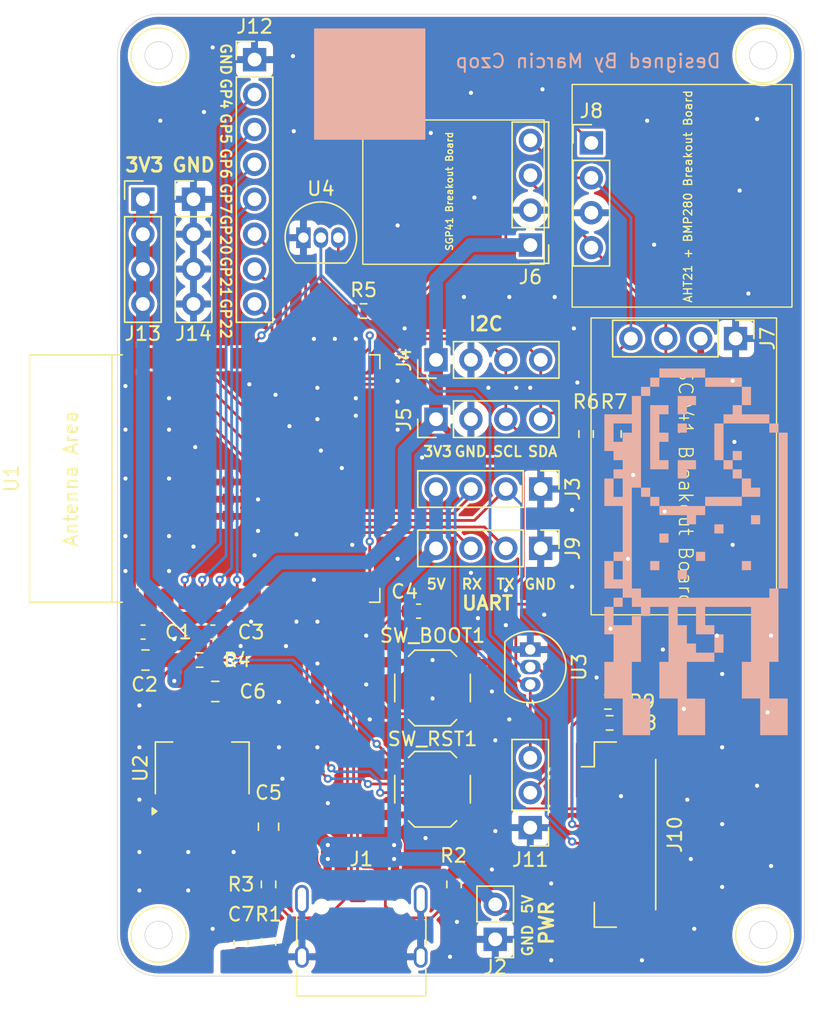
<source format=kicad_pcb>
(kicad_pcb (version 20241229) (generator "pcbnew") (generator_version "9.0")
  (layers (0 "F.Cu" signal) (2 "B.Cu" signal) (13 "F.Paste" user) (15 "B.Paste" user) (5 "F.SilkS" user "F.Silkscreen") (7 "B.SilkS" user "B.Silkscreen") (1 "F.Mask" user) (3 "B.Mask" user) (25 "Edge.Cuts" user))
  (net 0 "")
  (net 1 "+3V3")
  (net 2 "GND")
  (net 3 "Net-(J1-SHIELD)")
  (net 4 "Net-(J1-CC2)")
  (net 5 "USB_DP")
  (net 6 "+5V")
  (net 8 "Net-(J1-CC1)")
  (net 10 "GPIO21")
  (net 11 "GPIO22")
  (net 12 "SDA")
  (net 13 "GPIO5")
  (net 14 "GPIO20")
  (net 15 "GPIO7")
  (net 16 "SCL")
  (net 18 "GPIO4")
  (net 21 "GPIO6")
  (net 23 "EN")
  (net 24 "BOOT")
  (net 25 "RXD_1")
  (net 26 "TXD_1")
  (net 27 "TXD_0")
  (net 28 "RXD_0")
  (net 29 "DQ")
  (net 30 "USB_DN")
  (net 31 "RST")
  (net 32 "SET")
  (footprint "Capacitor_SMD:C_0603_1608Metric" (layer "F.Cu") (at 106.947 124.968 180)
    (property "Reference" "C3")
    (property "Value" "100n")
  )
  (footprint "PCM_Espressif:ESP32-C6-WROOM-1" (layer "F.Cu") (at 109.352 113.792 90)
    (property "Reference" "U1")
    (property "Value" "ESP32-C6-WROOM-1")
  )
  (footprint "Capacitor_SMD:C_0603_1608Metric" (layer "F.Cu") (at 101.867 124.968)
    (property "Reference" "C1")
    (property "Value" "1u")
  )
  (footprint "Connector_PinHeader_2.54mm:PinHeader_1x02_P2.54mm_Vertical" (layer "F.Cu") (at 127.5 147.32 180)
    (property "Reference" "J2")
    (property "Value" "Power-Header")
  )
  (footprint "Package_TO_SOT_THT:TO-92_Inline" (layer "F.Cu") (at 113.538 96.266)
    (property "Reference" "U4")
    (property "Value" "DS18B20")
  )
  (footprint "Resistor_SMD:R_0603_1608Metric" (layer "F.Cu") (at 117.919 101.6 180)
    (property "Reference" "R5")
    (property "Value" "4.7k")
  )
  (footprint "Connector_PinHeader_2.54mm:PinHeader_1x04_P2.54mm_Vertical" (layer "F.Cu") (at 134.496 89.374)
    (property "Reference" "J8")
    (property "Value" "AHT20+BMP280BB")
  )
  (footprint "Button_Switch_SMD:SW_Push_1P1T_XKB_TS-1187A" (layer "F.Cu") (at 122.936 136.398 180)
    (property "Reference" "SW_RST1")
    (property "Value" "TS-1187A-B-A-B")
  )
  (footprint "Resistor_SMD:R_0603_1608Metric" (layer "F.Cu") (at 111 143.325 90)
    (property "Reference" "R3")
    (property "Value" "5.1k")
  )
  (footprint "Package_TO_SOT_THT:TO-92_Inline" (layer "F.Cu") (at 130.048 126.238 -90)
    (property "Reference" "U3")
    (property "Value" "DS18B20")
  )
  (footprint "Capacitor_SMD:C_0603_1608Metric" (layer "F.Cu") (at 121.92 123.444)
    (property "Reference" "C4")
    (property "Value" "100n")
  )
  (footprint "Package_TO_SOT_SMD:SOT-223-3_TabPin2" (layer "F.Cu") (at 106.172 134.874 90)
    (property "Reference" "U2")
    (property "Value" "AMS1117-3.3")
  )
  (footprint "Connector_PinHeader_2.54mm:PinHeader_1x08_P2.54mm_Vertical" (layer "F.Cu") (at 109.982 83.312)
    (property "Reference" "J12")
    (property "Value" "GPIO")
  )
  (footprint "Connector_JST:JST_GH_BM08B-GHS-TBT_1x08-1MP_P1.25mm_Vertical" (layer "F.Cu") (at 136.57 139.7 -90)
    (property "Reference" "J10")
    (property "Value" "PMSBB")
  )
  (footprint "Connector_PinHeader_2.54mm:PinHeader_1x03_P2.54mm_Vertical" (layer "F.Cu") (at 130.048 139.192 180)
    (property "Reference" "J11")
    (property "Value" "DS18B20")
  )
  (footprint "Connector_PinHeader_2.54mm:PinHeader_1x04_P2.54mm_Vertical" (layer "F.Cu") (at 123.19 109.474 90)
    (property "Reference" "J5")
    (property "Value" "I2C")
  )
  (footprint "Connector_PinHeader_2.54mm:PinHeader_1x04_P2.54mm_Vertical" (layer "F.Cu") (at 101.854 93.472)
    (property "Reference" "J13")
    (property "Value" "3V3 rail")
  )
  (footprint "Connector_PinHeader_2.54mm:PinHeader_1x04_P2.54mm_Vertical" (layer "F.Cu") (at 123.19 105.156 90)
    (property "Reference" "J4")
    (property "Value" "I2C")
  )
  (footprint "Resistor_SMD:R_0603_1608Metric" (layer "F.Cu") (at 135.827 131.572 180)
    (property "Reference" "R8")
    (property "Value" "10k")
  )
  (footprint "Connector_PinHeader_2.54mm:PinHeader_1x04_P2.54mm_Vertical" (layer "F.Cu") (at 130.81 114.554 -90)
    (property "Reference" "J3")
    (property "Value" "UART0")
  )
  (footprint "Button_Switch_SMD:SW_Push_1P1T_XKB_TS-1187A" (layer "F.Cu") (at 122.936 129.032 180)
    (property "Reference" "SW_BOOT1")
    (property "Value" "TS-1187A-B-A-B")
  )
  (footprint "Capacitor_SMD:C_0805_2012Metric" (layer "F.Cu") (at 110.998 139.126 -90)
    (property "Reference" "C5")
    (property "Value" "47u")
  )
  (footprint "Resistor_SMD:R_0603_1608Metric" (layer "F.Cu") (at 110.998 147.511 -90)
    (property "Reference" "R1")
    (property "Value" "1M")
  )
  (footprint "Resistor_SMD:R_0603_1608Metric" (layer "F.Cu") (at 134.112 110.553 -90)
    (property "Reference" "R6")
    (property "Value" "4.7k")
  )
  (footprint "Resistor_SMD:R_0603_1608Metric" (layer "F.Cu") (at 124.5 143.325 90)
    (property "Reference" "R2")
    (property "Value" "5.1k")
  )
  (footprint "Capacitor_SMD:C_0603_1608Metric" (layer "F.Cu") (at 109 147.561 90)
    (property "Reference" "C7")
    (property "Value" "4.7n")
  )
  (footprint "Connector_PinHeader_2.54mm:PinHeader_1x04_P2.54mm_Vertical" (layer "F.Cu") (at 105.537 93.472)
    (property "Reference" "J14")
    (property "Value" "GND rail")
  )
  (footprint "Resistor_SMD:R_0603_1608Metric" (layer "F.Cu") (at 135.699 130.048)
    (property "Reference" "R9")
    (property "Value" "10k")
  )
  (footprint "Capacitor_SMD:C_0805_2012Metric" (layer "F.Cu") (at 102.042 127)
    (property "Reference" "C2")
    (property "Value" "47u")
  )
  (footprint "Connector_USB:USB_C_Receptacle_HRO_TYPE-C-31-M-12" (layer "F.Cu") (at 117.75 147.54)
    (property "Reference" "J1")
    (property "Value" "TYPE-C-31-M-04")
  )
  (footprint "Connector_PinHeader_2.54mm:PinHeader_1x04_P2.54mm_Vertical" (layer "F.Cu") (at 130.81 118.872 -90)
    (property "Reference" "J9")
    (property "Value" "UART1")
  )
  (footprint "Connector_PinHeader_2.54mm:PinHeader_1x04_P2.54mm_Vertical" (layer "F.Cu") (at 130.06 96.802 180)
    (property "Reference" "J6")
    (property "Value" "SGP41BB")
  )
  (footprint "Connector_PinHeader_2.54mm:PinHeader_1x04_P2.54mm_Vertical" (layer "F.Cu") (at 144.994 103.608 -90)
    (property "Reference" "J7")
    (property "Value" "SCD41BB")
  )
  (footprint "Capacitor_SMD:C_0805_2012Metric" (layer "F.Cu") (at 107.122 129.286)
    (property "Reference" "C6")
    (property "Value" "47u")
  )
  (footprint "Resistor_SMD:R_0603_1608Metric" (layer "F.Cu") (at 136.144 110.553 -90)
    (property "Reference" "R7")
    (property "Value" "4.7k")
  )
  (footprint "Resistor_SMD:R_0603_1608Metric" (layer "F.Cu") (at 105.981 127 180)
    (property "Reference" "R4")
    (property "Value" "10k")
  )
  (footprint "LOGO" (layer "B.Cu") (at 142.446552 119.459552 90)
    (property "Reference" "G***" (hide yes))
    (property "Value" "LOGO" (hide yes))
  )
  (gr_circle (center 103 147) (end 103 149) (stroke (width 0.1)) (fill no) (layer "F.SilkS"))
  (gr_rect (start 134.474 102.108) (end 147.974 123.708) (stroke (width 0.1)) (fill no) (layer "F.SilkS"))
  (gr_circle (center 147 83) (end 147 85) (stroke (width 0.1)) (fill no) (layer "F.SilkS"))
  (gr_circle (center 147 147) (end 147 149) (stroke (width 0.1)) (fill no) (layer "F.SilkS"))
  (gr_rect (start 131.06 98.202) (end 117.86 87.702) (stroke (width 0.1)) (fill no) (layer "F.SilkS"))
  (gr_circle (center 103 83) (end 103 85) (stroke (width 0.1)) (fill no) (layer "F.SilkS"))
  (gr_rect (start 133.096 85.118) (end 149.096 101.318) (stroke (width 0.1)) (fill no) (layer "F.SilkS"))
  (gr_rect (start 114.364 81.09) (end 122.364 89.09) (stroke (width 0.1)) (fill yes) (layer "B.SilkS"))
  (gr_circle (center 147 83) (end 147 84) (stroke (width 0.05)) (fill no) (layer "Edge.Cuts"))
  (gr_line (start 150 147) (end 150 83) (stroke (width 0.05)) (layer "Edge.Cuts"))
  (gr_arc (start 103 150) (mid 100.87868 149.12132) (end 100 147) (stroke (width 0.05)) (layer "Edge.Cuts"))
  (gr_line (start 103 150) (end 147 150) (stroke (width 0.05)) (layer "Edge.Cuts"))
  (gr_line (start 103 80) (end 147 80) (stroke (width 0.05)) (layer "Edge.Cuts"))
  (gr_arc (start 150 147) (mid 149.12132 149.12132) (end 147 150) (stroke (width 0.05)) (layer "Edge.Cuts"))
  (gr_arc (start 100 83) (mid 100.87868 80.87868) (end 103 80) (stroke (width 0.05)) (layer "Edge.Cuts"))
  (gr_circle (center 147 147) (end 147 148) (stroke (width 0.05)) (fill no) (layer "Edge.Cuts"))
  (gr_circle (center 103 83) (end 103 84) (stroke (width 0.05)) (fill no) (layer "Edge.Cuts"))
  (gr_line (start 100 147) (end 100 83) (stroke (width 0.05)) (layer "Edge.Cuts"))
  (gr_circle (center 103 147) (end 103 148) (stroke (width 0.05)) (fill no) (layer "Edge.Cuts"))
  (gr_arc (start 147 80) (mid 149.12132 80.87868) (end 150 83) (stroke (width 0.05)) (layer "Edge.Cuts"))
  (gr_text "GND" (at 107.442 82.042 270) (layer "F.SilkS") (effects (font (size 0.75 0.75)) (justify left bottom)))
  (gr_text "I2C\n" (at 125.476 103.124 0) (layer "F.SilkS") (effects (font (size 1 1) (thickness 0.2) (bold yes)) (justify left bottom)))
  (gr_text "PWR" (at 131.818 147.828 90) (layer "F.SilkS") (effects (font (size 1 1) (thickness 0.2)) (justify left bottom)))
  (gr_text "AHT21 + BMP280 Breakout Board" (at 141.876 101.058 90) (layer "F.SilkS") (effects (font (size 0.6 0.6) (thickness 0.1) (bold yes)) (justify left bottom)))
  (gr_text "3V3" (at 100.457 91.567 0) (layer "F.SilkS") (effects (font (size 1 1) (thickness 0.2)) (justify left bottom)))
  (gr_text "SDA" (at 129.794 112.268 0) (layer "F.SilkS") (effects (font (size 0.75 0.75)) (justify left bottom)))
  (gr_text "GP6\n" (at 107.442 89.662 270) (layer "F.SilkS") (effects (font (size 0.75 0.75)) (justify left bottom)))
  (gr_text "GP4\n" (at 107.442 84.582 270) (layer "F.SilkS") (effects (font (size 0.75 0.75)) (justify left bottom)))
  (gr_text "GP7" (at 107.442 92.202 270) (layer "F.SilkS") (effects (font (size 0.75 0.75)) (justify left bottom)))
  (gr_text "GP20" (at 107.442 94.488 270) (layer "F.SilkS") (effects (font (size 0.75 0.75)) (justify left bottom)))
  (gr_text "GP21" (at 107.442 97.536 270) (layer "F.SilkS") (effects (font (size 0.75 0.75)) (justify left bottom)))
  (gr_text "GP5" (at 107.442 87.122 270) (layer "F.SilkS") (effects (font (size 0.75 0.75)) (justify left bottom)))
  (gr_text "5V\n" (at 122.428 121.92 0) (layer "F.SilkS") (effects (font (size 0.75 0.75)) (justify left bottom)))
  (gr_text "GND" (at 130.294 148.65 90) (layer "F.SilkS") (effects (font (size 0.75 0.75)) (justify left bottom)))
  (gr_text "UART\n" (at 124.968 123.444 0) (layer "F.SilkS") (effects (font (size 1 1) (thickness 0.2)) (justify left bottom)))
  (gr_text "GND" (at 129.54 121.92 0) (layer "F.SilkS") (effects (font (size 0.75 0.75)) (justify left bottom)))
  (gr_text "SGP41 Breakout Board" (at 124.46 97.282 90) (layer "F.SilkS") (effects (font (size 0.5 0.5) (thickness 0.1)) (justify left bottom)))
  (gr_text "3V3\n" (at 122.174 112.268 0) (layer "F.SilkS") (effects (font (size 0.75 0.75)) (justify left bottom)))
  (gr_text "RX\n" (at 124.968 121.92 0) (layer "F.SilkS") (effects (font (size 0.75 0.75)) (justify left bottom)))
  (gr_text "GND" (at 124.46 112.268 0) (layer "F.SilkS") (effects (font (size 0.75 0.75)) (justify left bottom)))
  (gr_text "SCD41 Breakout Board" (at 140.774 105.708 270) (layer "F.SilkS") (effects (font (size 1 1) (thickness 0.1)) (justify left bottom)))
  (gr_text "SCL\n" (at 127.254 112.268 0) (layer "F.SilkS") (effects (font (size 0.75 0.75)) (justify left bottom)))
  (gr_text "GND\n" (at 103.886 91.567 0) (layer "F.SilkS") (effects (font (size 1 1) (thickness 0.2)) (justify left bottom)))
  (gr_text "GP22" (at 107.442 100.584 270) (layer "F.SilkS") (effects (font (size 0.75 0.75)) (justify left bottom)))
  (gr_text "5V\n" (at 130.294 145.542 90) (layer "F.SilkS") (effects (font (size 0.75 0.75)) (justify left bottom)))
  (gr_text "TX" (at 127.508 121.92 0) (layer "F.SilkS") (effects (font (size 0.75 0.75)) (justify left bottom)))
  (gr_text "Designed By Marcin Czop" (at 144 84 -0) (layer "B.SilkS") (effects (font (size 1 1)) (justify left bottom mirror)))
  (segment (start 112.522 123.531943) (end 108.053943 128) (width 0.2) (layer "F.Cu") (net 1))
  (segment (start 104.902 128.524) (end 105.156 128.27) (width 1) (layer "F.Cu") (net 1))
  (segment (start 128.997 122.936) (end 128.997 121.447) (width 0.2) (layer "F.Cu") (net 1))
  (segment (start 102.992 127) (end 102.992 125.318) (width 1) (layer "F.Cu") (net 1))
  (segment (start 106.05 131.602) (end 106.172 131.724) (width 0.2) (layer "F.Cu") (net 1))
  (segment (start 108.053943 128) (end 107.458 128) (width 0.2) (layer "F.Cu") (net 1))
  (segment (start 106.172 138.024) (end 106.172 131.724) (width 1.5) (layer "F.Cu") (net 1))
  (segment (start 116.078 96.266) (end 116.078 98.934) (width 0.2) (layer "F.Cu") (net 1))
  (segment (start 142.454 105.45) (end 142.454 103.608) (width 0.5) (layer "F.Cu") (net 1))
  (segment (start 134.112 111.378) (end 134.112 112.018) (width 0.5) (layer "F.Cu") (net 1))
  (segment (start 128.997 128.227) (end 128.997 122.936) (width 0.2) (layer "F.Cu") (net 1))
  (segment (start 130.048 128.778) (end 129.548 128.778) (width 0.2) (layer "F.Cu") (net 1))
  (segment (start 129.286 112.526) (end 126.242 112.526) (width 0.5) (layer "F.Cu") (net 1))
  (segment (start 129.54 112.78) (end 129.286 112.526) (width 0.2) (layer "F.Cu") (net 1))
  (segment (start 106.05 129.286) (end 106.31 129.286) (width 0.2) (layer "F.Cu") (net 1))
  (segment (start 136.78 131.572) (end 136.78 130.048) (width 0.2) (layer "F.Cu") (net 1))
  (segment (start 118.744 101.6) (end 120.904 101.6) (width 0.2) (layer "F.Cu") (net 1))
  (segment (start 112.522 122.542) (end 112.522 123.531943) (width 0.2) (layer "F.Cu") (net 1))
  (segment (start 136.144 111.378) (end 136.144 111.76) (width 0.5) (layer "F.Cu") (net 1))
  (segment (start 106.172 131.724) (end 106.172 129.286) (width 1) (layer "F.Cu") (net 1))
  (segment (start 136.144 111.76) (end 135.382 112.522) (width 0.5) (layer "F.Cu") (net 1))
  (segment (start 102.642 124.968) (end 102.362 124.688) (width 1) (layer "F.Cu") (net 1))
  (segment (start 129.54 120.904) (end 129.54 112.78) (width 0.2) (layer "F.Cu") (net 1))
  (segment (start 102.992 125.318) (end 102.642 124.968) (width 1) (layer "F.Cu") (net 1))
  (segment (start 105.918 129.154) (end 106.05 129.286) (width 0.2) (layer "F.Cu") (net 1))
  (segment (start 136.78 130.048) (end 136.78 128.144) (width 0.2) (layer "F.Cu") (net 1))
  (segment (start 136.144 111.378) (end 136.526 111.378) (width 0.5) (layer "F.Cu") (net 1))
  (segment (start 116.078 98.934) (end 118.744 101.6) (width 0.2) (layer "F.Cu") (net 1))
  (segment (start 136.78 128.144) (end 131.572 122.936) (width 0.2) (layer "F.Cu") (net 1))
  (segment (start 102.362 124.688) (end 102.362 122.542) (width 1) (layer "F.Cu") (net 1))
  (segment (start 102.992 127.122) (end 102.992 127) (width 0.2) (layer "F.Cu") (net 1))
  (segment (start 133.604 112.526) (end 129.286 112.526) (width 0.5) (layer "F.Cu") (net 1))
  (segment (start 134.112 112.018) (end 133.604 112.526) (width 0.5) (layer "F.Cu") (net 1))
  (segment (start 135.382 112.522) (end 133.608 112.522) (width 0.5) (layer "F.Cu") (net 1))
  (segment (start 133.153 88.031) (end 128.377 88.031) (width 0.2) (layer "F.Cu") (net 1))
  (segment (start 128.27 96.802) (end 130.06 96.802) (width 0.2) (layer "F.Cu") (net 1))
  (segment (start 105.156 127) (end 102.992 127) (width 1) (layer "F.Cu") (net 1))
  (segment (start 128.27 88.138) (end 128.27 96.802) (width 0.2) (layer "F.Cu") (net 1))
  (segment (start 106.172 129.286) (end 105.156 128.27) (width 1) (layer "F.Cu") (net 1))
  (segment (start 126.242 112.526) (end 123.19 109.474) (width 0.5) (layer "F.Cu") (net 1))
  (segment (start 130.048 134.112) (end 130.048 128.778) (width 0.2) (layer "F.Cu") (net 1))
  (segment (start 128.377 88.031) (end 128.27 88.138) (width 0.2) (layer "F.Cu") (net 1))
  (segment (start 133.608 112.522) (end 133.604 112.526) (width 0.2) (layer "F.Cu") (net 1))
  (segment (start 128.997 121.447) (end 129.54 120.904) (width 0.2) (layer "F.Cu") (net 1))
  (segment (start 125.702 96.802) (end 128.27 96.802) (width 0.2) (layer "F.Cu") (net 1))
  (segment (start 104.14 128.524) (end 104.902 128.524) (width 1) (layer "F.Cu") (net 1))
  (segment (start 131.572 122.936) (end 128.997 122.936) (width 0.2) (layer "F.Cu") (net 1))
  (segment (start 134.496 89.374) (end 133.153 88.031) (width 0.2) (layer "F.Cu") (net 1))
  (segment (start 123.19 109.474) (end 123.19 105.156) (width 1) (layer "F.Cu") (net 1))
  (segment (start 129.548 128.778) (end 128.997 128.227) (width 0.2) (layer "F.Cu") (net 1))
  (segment (start 107.458 128) (end 106.172 129.286) (width 0.2) (layer "F.Cu") (net 1))
  (segment (start 105.156 128.27) (end 105.156 127) (width 1) (layer "F.Cu") (net 1))
  (segment (start 120.904 101.6) (end 125.702 96.802) (width 0.2) (layer "F.Cu") (net 1))
  (segment (start 136.526 111.378) (end 142.454 105.45) (width 0.5) (layer "F.Cu") (net 1))
  (via (at 104.14 128.524) (size 1) (drill 0.3) (layers "F.Cu" "B.Cu") (net 1))
  (segment (start 101.854 121.285) (end 101.854 93.472) (width 1) (layer "B.Cu") (net 1))
  (segment (start 104.14 127.508) (end 106.1085 125.5395) (width 1) (layer "B.Cu") (net 1))
  (segment (start 120.904 111.76) (end 123.19 109.474) (width 1) (layer "B.Cu") (net 1))
  (segment (start 104.14 128.524) (end 104.14 127.508) (width 1) (layer "B.Cu") (net 1))
  (segment (start 106.1085 125.5395) (end 101.854 121.285) (width 1) (layer "B.Cu") (net 1))
  (segment (start 120.904 117.239628) (end 120.904 111.76) (width 1) (layer "B.Cu") (net 1))
  (segment (start 106.1085 125.5395) (end 111.76 119.888) (width 1) (layer "B.Cu") (net 1))
  (segment (start 123.19 105.156) (end 123.19 99.314) (width 1) (layer "B.Cu") (net 1))
  (segment (start 125.702 96.802) (end 130.06 96.802) (width 1) (layer "B.Cu") (net 1))
  (segment (start 118.255628 119.888) (end 120.904 117.239628) (width 1) (layer "B.Cu") (net 1))
  (segment (start 123.19 99.314) (end 125.702 96.802) (width 1) (layer "B.Cu") (net 1))
  (segment (start 111.76 119.888) (end 118.255628 119.888) (width 1) (layer "B.Cu") (net 1))
  (via (at 131.064 123.698) (size 0.6) (drill 0.3) (layers "F.Cu" "B.Cu") (net 2))
  (via (at 136.652 136.906) (size 0.6) (drill 0.3) (layers "F.Cu" "B.Cu") (net 2))
  (via (at 131.826 100.584) (size 0.6) (drill 0.3) (layers "F.Cu" "B.Cu") (net 2))
  (via (at 137.16 119.634) (size 0.6) (drill 0.3) (layers "F.Cu" "B.Cu") (net 2))
  (via (at 127 107.188) (size 0.6) (drill 0.3) (layers "F.Cu" "B.Cu") (net 2))
  (via (at 145.923 100.33) (size 0.6) (drill 0.3) (layers "F.Cu" "B.Cu") (net 2))
  (via (at 120.396 110.236) (size 0.6) (drill 0.3) (layers "F.Cu" "B.Cu") (net 2))
  (via (at 101.6 143.764) (size 0.6) (drill 0.3) (layers "F.Cu" "B.Cu") (net 2))
  (via (at 133.477 106.807) (size 0.6) (drill 0.3) (layers "F.Cu" "B.Cu") (net 2))
  (via (at 117.348 107.95) (size 0.6) (drill 0.3) (layers "F.Cu" "B.Cu") (net 2))
  (via (at 112.268 125.984) (size 0.6) (drill 0.3) (layers "F.Cu" "B.Cu") (net 2))
  (via (at 100.584 107.061) (size 0.6) (drill 0.3) (layers "F.Cu" "B.Cu") (net 2))
  (via (at 145.288 92.837) (size 0.6) (drill 0.3) (layers "F.Cu" "B.Cu") (net 2))
  (via (at 125.984 93.345) (size 0.6) (drill 0.3) (layers "F.Cu" "B.Cu") (net 2))
  (via (at 103.759 120.523) (size 0.6) (drill 0.3) (layers "F.Cu" "B.Cu") (net 2))
  (via (at 133.096 121.666) (size 0.6) (drill 0.3) (layers "F.Cu" "B.Cu") (net 2))
  (via (at 144.018 143.51) (size 0.6) (drill 0.3) (layers "F.Cu" "B.Cu") (net 2))
  (via (at 101.6 140.97) (size 0.6) (drill 0.3) (layers "F.Cu" "B.Cu") (net 2))
  (via (at 125.73 85.725) (size 0.6) (drill 0.3) (layers "F.Cu" "B.Cu") (net 2))
  (via (at 143.637 125.222) (size 0.6) (drill 0.3) (layers "F.Cu" "B.Cu") (net 2))
  (via (at 114.554 107.188) (size 0.6) (drill 0.3) (layers "F.Cu" "B.Cu") (net 2))
  (via (at 122.174 112.268) (size 0.6) (drill 0.3) (layers "F.Cu" "B.Cu") (net 2))
  (via (at 133.223 102.87) (size 0.6) (drill 0.3) (layers "F.Cu" "B.Cu") (net 2))
  (via (at 128.27 124.46) (size 0.6) (drill 0.3) (layers "F.Cu" "B.Cu") (net 2))
  (via (at 129.032 107.188) (size 0.6) (drill 0.3) (layers "F.Cu" "B.Cu") (net 2))
  (via (at 147.574 141.986) (size 0.6) (drill 0.3) (layers "F.Cu" "B.Cu") (net 2))
  (via (at 112.522 109.982) (size 0.6) (drill 0.3) (layers "F.Cu" "B.Cu") (net 2))
  (via (at 103.124 87.757) (size 0.6) (drill 0.3) (layers "F.Cu" "B.Cu") (net 2))
  (via (at 105.156 143.764) (size 0.6) (drill 0.3) (layers "F.Cu" "B.Cu") (net 2))
  (via (at 127.508 139.446) (size 0.6) (drill 0.3) (layers "F.Cu" "B.Cu") (net 2))
  (via (at 117.348 109.22) (size 0.6) (drill 0.3) (layers "F.Cu" "B.Cu") (net 2))
  (via (at 114.554 127.254) (size 0.6) (drill 0.3) (layers "F.Cu" "B.Cu") (net 2))
  (via (at 114.3 103.632) (size 0.6) (drill 0.3) (layers "F.Cu" "B.Cu") (net 2))
  (via (at 114.554 124.206) (size 0.6) (drill 0.3) (layers "F.Cu" "B.Cu") (net 2))
  (via (at 114.554 133.35) (size 0.6) (drill 0.3) (layers "F.Cu" "B.Cu") (net 2))
  (via (at 134.874 128.27) (size 0.6) (drill 0.3) (layers "F.Cu" "B.Cu") (net 2))
  (via (at 128.524 100.584) (size 0.6) (drill 0.3) (layers "F.Cu" "B.Cu") (net 2))
  (via (at 141.224 130.556) (size 0.6) (drill 0.3) (layers "F.Cu" "B.Cu") (net 2))
  (via (at 113.03 117.856) (size 0.6) (drill 0.3) (layers "F.Cu" "B.Cu") (net 2))
  (via (at 109.601 106.934) (size 0.6) (drill 0.3) (layers "F.Cu" "B.Cu") (net 2))
  (via (at 139.827 116.205) (size 0.6) (drill 0.3) (layers "F.Cu" "B.Cu") (net 2))
  (via (at 114.808 111.76) (size 0.6) (drill 0.3) (layers "F.Cu" "B.Cu") (net 2))
  (via (at 127.254 129.286) (size 0.6) (drill 0.3) (layers "F.Cu" "B.Cu") (net 2))
  (via (at 106.299 87.122) (size 0.6) (drill 0.3) (layers "F.Cu" "B.Cu") (net 2))
  (via (at 126.238 123.952) (size 0.6) (drill 0.3) (layers "F.Cu" "B.Cu") (net 2))
  (via (at 100.584 120.523) (size 0.6) (drill 0.3) (layers "F.Cu" "B.Cu") (net 2))
  (via (at 130.048 107.188) (size 0.6) (drill 0.3) (layers "F.Cu" "B.Cu") (net 2))
  (via (at 125.73 120.65) (size 0.6) (drill 0.3) (layers "F.Cu" "B.Cu") (net 2))
  (via (at 146.558 87.63) (size 0.6) (drill 0.3) (layers "F.Cu" "B.Cu") (net 2))
  (via (at 118.364 131.318) (size 0.6) (drill 0.3) (layers "F.Cu" "B.Cu") (net 2))
  (via (at 104.14 125.476) (size 0.6) (drill 0.3) (layers "F.Cu" "B.Cu") (net 2))
  (via (at 125.222 100.584) (size 0.6) (drill 0.3) (layers "F.Cu" "B.Cu") (net 2))
  (via (at 100.584 113.792) (size 0.6) (drill 0.3) (layers "F.Cu" "B.Cu") (net 2))
  (via (at 100.584 110.236) (size 0.6) (drill 0.3) (layers "F.Cu" "B.Cu") (net 2))
  (via (at 114.554 109.474) (size 0.6) (drill 0.3) (layers "F.Cu" "B.Cu") (net 2))
  (via (at 114.554 130.048) (size 0.6) (drill 0.3) (layers "F.Cu" "B.Cu") (net 2))
  (via (at 130.937 85.471) (size 0.6) (drill 0.3) (layers "F.Cu" "B.Cu") (net 2))
  (via (at 111.506 107.696) (size 0.6) (drill 0.3) (layers "F.Cu" "B.Cu") (net 2))
  (via (at 120.396 95.377) (size 0.6) (drill 0.3) (layers "F.Cu" "B.Cu") (net 2))
  (via (at 120.904 102.87) (size 0.6) (drill 0.3) (layers "F.Cu" "B.Cu") (net 2))
  (via (at 128.524 131.318) (size 0.6) (drill 0.3) (layers "F.Cu" "B.Cu") (net 2))
  (via (at 115.316 137.414) (size 0.6) (drill 0.3) (layers "F.Cu" "B.Cu") (net 2))
  (via (at 147.32 130.81) (size 0.6) (drill 0.3) (layers "F.Cu" "B.Cu") (net 2))
  (via (at 106.934 82.423) (size 0.6) (drill 0.3) (layers "F.Cu" "B.Cu") (net 2))
  (via (at 103.759 117.983) (size 0.6) (drill 0.3) (layers "F.Cu" "B.Cu") (net 2))
  (via (at 120.396 119.634) (size 0.6) (drill 0.3) (layers "F.Cu" "B.Cu") (net 2))
  (via (at 146.558 136.144) (size 0.6) (drill 0.3) (layers "F.Cu" "B.Cu") (net 2))
  (via (at 124.714 146.05) (size 0.6) (drill 0.3) (layers "F.Cu" "B.Cu") (net 2))
  (via (at 122.936 127) (size 0.6) (drill 0.3) (layers "F.Cu" "B.Cu") (net 2))
  (via (at 139.065 96.774) (size 0.6) (drill 0.3) (layers "F.Cu" "B.Cu") (net 2))
  (via (at 120.396 106.68) (size 0.6) (drill 0.3) (layers "F.Cu" "B.Cu") (net 2))
  (via (at 110.236 115.316) (size 0.6) (drill 0.3) (layers "F.Cu" "B.Cu") (net 2))
  (via (at 110.236 117.602) (size 0.6) (drill 0.3) (layers "F.Cu" "B.Cu") (net 2))
  (via (at 138.176 148.844) (size 0.6) (drill 0.3) (layers "F.Cu" "B.Cu") (net 2))
  (via (at 131.572 143.256) (size 0.6) (drill 0.3) (layers "F.Cu" "B.Cu") (net 2))
  (via (at 113.03 124.206) (size 0.6) (drill 0.3) (layers "F.Cu" "B.Cu") (net 2))
  (via (at 144.018 133.35) (size 0.6) (drill 0.3) (layers "F.Cu" "B.Cu") (net 2))
  (via (at 144.907 111.125) (size 0.6) (drill 0.3) (layers "F.Cu" "B.Cu") (net 2))
  (via (at 141.732 141.478) (size 0.6) (drill 0.3) (layers "F.Cu" "B.Cu") (net 2))
  (via (at 144.78 118.618) (size 0.6) (drill 0.3) (layers "F.Cu" "B.Cu") (net 2))
  (via (at 103.759 113.792) (size 0.6) (drill 0.3) (layers "F.Cu" "B.Cu") (net 2))
  (via (at 144.78 106.68) (size 0.6) (drill 0.3) (layers "F.Cu" "B.Cu") (net 2))
  (via (at 128.27 121.92) (size 0.6) (drill 0.3) (layers "F.Cu" "B.Cu") (net 2))
  (via (at 112.776 83.058) (size 0.6) (drill 0.3) (layers "F.Cu" "B.Cu") (net 2))
  (via (at 120.396 108.204) (size 0.6) (drill 0.3) (layers "F.Cu" "B.Cu") (net 2))
  (via (at 141.478 137.16) (size 0.6) (drill 0.3) (layers "F.Cu" "B.Cu") (net 2))
  (via (at 124.206 148.59) (size 0.6) (drill 0.3) (layers "F.Cu" "B.Cu") (net 2))
  (via (at 101.6 130.302) (size 0.6) (drill 0.3) (layers "F.Cu" "B.Cu") (net 2))
  (via (at 133.096 116.078) (size 0.6) (drill 0.3) (layers "F.Cu" "B.Cu") (net 2))
  (via (at 118.11 128.778) (size 0.6) (drill 0.3) (layers "F.Cu" "B.Cu") (net 2))
  (via (at 105.156 140.97) (size 0.6) (drill 0.3) (layers "F.Cu" "B.Cu") (net 2))
  (via (at 105.664 111.506) (size 0.6) (drill 0.3) (layers "F.Cu" "B.Cu") (net 2))
  (via (at 101.6 137.16) (size 0.6) (drill 0.3) (layers "F.Cu" "B.Cu") (net 2))
  (via (at 100.584 117.983) (size 0.6) (drill 0.3) (layers "F.Cu" "B.Cu") (net 2))
  (via (at 118.11 125.222) (size 0.6) (drill 0.3) (layers "F.Cu" "B.Cu") (net 2))
  (via (at 116.332 113.03) (size 0.6) (drill 0.3) (layers "F.Cu" "B.Cu") (net 2))
  (via (at 108.458 140.97) (size 0.6) (drill 0.3) (layers "F.Cu" "B.Cu") (net 2))
  (via (at 137.541 113.538) (size 0.6) (drill 0.3) (layers "F.Cu" "B.Cu") (net 2))
  (via (at 109.982 119.38) (size 0.6) (drill 0.3) (layers "F.Cu" "B.Cu") (net 2))
  (via (at 147.574 125.222) (size 0.6) (drill 0.3) (layers "F.Cu" "B.Cu") (net 2))
  (via (at 141.986 146.558) (size 0.6) (drill 0.3) (layers "F.Cu" "B.Cu") (net 2))
  (via (at 106.934 146.558) (size 0.6) (drill 0.3) (layers "F.Cu" "B.Cu") (net 2))
  (via (at 114.3 121.158) (size 0.6) (drill 0.3) (layers "F.Cu" "B.Cu") (net 2))
  (via (at 101.6 133.35) (size 0.6) (drill 0.3) (layers "F.Cu" "B.Cu") (net 2))
  (via (at 139.7 126.238) (size 0.6) (drill 0.3) (layers "F.Cu" "B.Cu") (net 2))
  (via (at 135.89 124.714) (size 0.6) (drill 0.3) (layers "F.Cu" "B.Cu") (net 2))
  (via (at 105.537 118.745) (size 0.6) (drill 0.3) (layers "F.Cu" "B.Cu") (net 2))
  (via (at 115.824 103.632) (size 0.6) (drill 0.3) (layers "F.Cu" "B.Cu") (net 2))
  (via (at 127.508 132.842) (size 0.6) (drill 0.3) (layers "F.Cu" "B.Cu") (net 2))
  (via (at 144.018 138.938) (size 0.6) (drill 0.3) (layers "F.Cu" "B.Cu") (net 2))
  (via (at 122.428 139.954) (size 0.6) (drill 0.3) (layers "F.Cu" "B.Cu") (net 2))
  (via (at 127.254 142.24) (size 0.6) (drill 0.3) (layers "F.Cu" "B.Cu") (net 2))
  (via (at 112.834074 88.519) (size 0.6) (drill 0.3) (layers "F.Cu" "B.Cu") (net 2))
  (via (at 117.348 103.632) (size 0.6) (drill 0.3) (layers "F.Cu" "B.Cu") (net 2))
  (via (at 111.76 130.048) (size 0.6) (drill 0.3) (layers "F.Cu" "B.Cu") (net 2))
  (via (at 138.557 87.757) (size 0.6) (drill 0.3) (layers "F.Cu" "B.Cu") (net 2))
  (via (at 111.76 133.35) (size 0.6) (drill 0.3) (layers "F.Cu" "B.Cu") (net 2))
  (via (at 103.759 110.236) (size 0.6) (drill 0.3) (layers "F.Cu" "B.Cu") (net 2))
  (via (at 109.728 124.206) (size 0.6) (drill 0.3) (layers "F.Cu" "B.Cu") (net 2))
  (via (at 103.759 107.95) (size 0.6) (drill 0.3) (layers "F.Cu" "B.Cu") (net 2))
  (via (at 108.966 125.984) (size 0.6) (drill 0.3) (layers "F.Cu" "B.Cu") (net 2))
  (via (at 144.018 128.016) (size 0.6) (drill 0.3) (layers "F.Cu" "B.Cu") (net 2))
  (via (at 117.094 118.618) (size 0.6) (drill 0.3) (layers "F.Cu" "B.Cu") (net 2))
  (via (at 112.014 135.636) (size 0.6) (drill 0.3) (layers "F.Cu" "B.Cu") (net 2))
  (via (at 122.936 129.794) (size 0.6) (drill 0.3) (layers "F.Cu" "B.Cu") (net 2))
  (via (at 131.572 148.844) (size 0.6) (drill 0.3) (layers "F.Cu" "B.Cu") (net 2))
  (via (at 122.809 88.646) (size 0.6) (drill 0.3) (layers "F.Cu" "B.Cu") (net 2))
  (segment (start 124.5 144.15) (end 122.889 145.761) (width 0.2) (layer "F.Cu") (net 4))
  (segment (start 122.889 145.761) (end 120.361 145.761) (width 0.2) (layer "F.Cu") (net 4))
  (segment (start 120.361 145.761) (end 119.5 144.9) (width 0.2) (layer "F.Cu") (net 4))
  (segment (start 119.5 144.9) (end 119.5 143.495) (width 0.2) (layer "F.Cu") (net 4))
  (segment (start 117.5 142.407499) (end 117.475 142.382499) (width 0.2) (layer "F.Cu") (net 5))
  (segment (start 117.5 142.518) (end 117.549 142.469) (width 0.2) (layer "F.Cu") (net 5))
  (segment (start 117.192 138.873802) (end 117.192 124.077001) (width 0.2) (layer "F.Cu") (net 5))
  (segment (start 118.451 142.469) (end 118.5 142.518) (width 0.2) (layer "F.Cu") (net 5))
  (segment (start 118.5 142.518) (end 118.5 143.495) (width 0.2) (layer "F.Cu") (net 5))
  (segment (start 117.475 142.382499) (end 117.475 139.156802) (width 0.2) (layer "F.Cu") (net 5))
  (segment (start 117.549 142.469) (end 118.451 142.469) (width 0.2) (layer "F.Cu") (net 5))
  (segment (start 117.5 143.495) (end 117.5 142.407499) (width 0.2) (layer "F.Cu") (net 5))
  (segment (start 117.602 123.667001) (end 117.602 122.542) (width 0.2) (layer "F.Cu") (net 5))
  (segment (start 117.475 139.156802) (end 117.192 138.873802) (width 0.2) (layer "F.Cu") (net 5))
  (segment (start 117.192 124.077001) (end 117.602 123.667001) (width 0.2) (layer "F.Cu") (net 5))
  (segment (start 117.5 143.495) (end 117.5 142.518) (width 0.2) (layer "F.Cu") (net 5))
  (segment (start 120.2 143.495) (end 120.2 141.536) (width 0.6) (layer "F.Cu") (net 6))
  (segment (start 108.624 138.176) (end 108.472 138.024) (width 1) (layer "F.Cu") (net 6))
  (segment (start 115.316 141.816) (end 115.3 141.832) (width 0.2) (layer "F.Cu") (net 6))
  (segment (start 137.414 136.398) (end 137.414 143.51) (width 0.2) (layer "F.Cu") (net 6))
  (segment (start 115.3 141.832) (end 115.3 143.495) (width 0.6) (layer "F.Cu") (net 6))
  (segment (start 115.316 141.478) (end 115.316 140.462) (width 1) (layer "F.Cu") (net 6))
  (segment (start 137.414 143.51) (end 135.636 145.288) (width 0.2) (layer "F.Cu") (net 6))
  (segment (start 136.341 135.325) (end 137.414 136.398) (width 0.2) (layer "F.Cu") (net 6))
  (segment (start 110.998 138.176) (end 108.624 138.176) (width 1) (layer "F.Cu") (net 6))
  (segment (start 113.03 138.176) (end 110.998 138.176) (width 1) (layer "F.Cu") (net 6))
  (segment (start 120.142 141.478) (end 120.142 140.462) (width 1) (layer "F.Cu") (net 6))
  (segment (start 115.404 141.566) (end 115.316 141.478) (width 0.2) (layer "F.Cu") (net 6))
  (segment (start 128.008 145.288) (end 127.5 144.78) (width 0.2) (layer "F.Cu") (net 6))
  (segment (start 135.636 145.288) (end 128.008 145.288) (width 0.2) (layer "F.Cu") (net 6))
  (segment (start 134.62 135.325) (end 133.915 135.325) (width 0.2) (layer "F.Cu") (net 6))
  (segment (start 115.316 140.462) (end 113.03 138.176) (width 1) (layer "F.Cu") (net 6))
  (segment (start 115.316 141.478) (end 115.316 141.816) (width 0.2) (layer "F.Cu") (net 6))
  (segment (start 134.62 135.325) (end 136.341 135.325) (width 0.2) (layer "F.Cu") (net 6))
  (segment (start 120.2 141.536) (end 120.142 141.478) (width 0.2) (layer "F.Cu") (net 6))
  (via (at 115.316 140.462) (size 1) (drill 0.3) (layers "F.Cu" "B.Cu") (net 6))
  (via (at 120.142 140.462) (size 1) (drill 0.3) (layers "F.Cu" "B.Cu") (net 6))
  (via (at 120.142 141.478) (size 1) (drill 0.3) (layers "F.Cu" "B.Cu") (net 6))
  (via (at 115.316 141.478) (size 1) (drill 0.3) (layers "F.Cu" "B.Cu") (net 6))
  (segment (start 120.142 140.462) (end 120.142 121.92) (width 1) (layer "B.Cu") (net 6))
  (segment (start 127.5 144.78) (end 124.198 141.478) (width 1) (layer "B.Cu") (net 6))
  (segment (start 124.198 141.478) (end 120.142 141.478) (width 1) (layer "B.Cu") (net 6))
  (segment (start 120.142 121.92) (end 123.19 118.872) (width 1) (layer "B.Cu") (net 6))
  (segment (start 120.142 141.478) (end 115.316 141.478) (width 1.2) (layer "B.Cu") (net 6))
  (segment (start 123.19 118.872) (end 123.19 114.554) (width 1) (layer "B.Cu") (net 6))
  (segment (start 120.142 140.462) (end 115.316 140.462) (width 1.2) (layer "B.Cu") (net 6))
  (segment (start 112.611 145.761) (end 115.211 145.761) (width 0.2) (layer "F.Cu") (net 8))
  (segment (start 111 144.15) (end 112.611 145.761) (width 0.2) (layer "F.Cu") (net 8))
  (segment (start 115.211 145.761) (end 116.5 144.472) (width 0.2) (layer "F.Cu") (net 8))
  (segment (start 116.5 144.472) (end 116.5 143.495) (width 0.2) (layer "F.Cu") (net 8))
  (segment (start 112.268 104.788) (end 112.268 100.838) (width 0.2) (layer "F.Cu") (net 10))
  (segment (start 112.268 100.838) (end 109.982 98.552) (width 0.2) (layer "F.Cu") (net 10))
  (segment (start 112.522 105.042) (end 112.268 104.788) (width 0.2) (layer "F.Cu") (net 10))
  (segment (start 111.252 105.042) (end 111.252 102.362) (width 0.2) (layer "F.Cu") (net 11))
  (segment (start 111.252 102.362) (end 109.982 101.092) (width 0.2) (layer "F.Cu") (net 11))
  (segment (start 130.81 105.156) (end 130.302 105.156) (width 0.2) (layer "F.Cu") (net 12))
  (segment (start 130.81 105.156) (end 130.81 109.474) (width 0.2) (layer "F.Cu") (net 12))
  (segment (start 117.291 106.533) (end 118.7059 106.533) (width 0.2) (layer "F.Cu") (net 12))
  (segment (start 116.332 105.042) (end 116.332 105.574) (width 0.2) (layer "F.Cu") (net 12))
  (segment (start 130.06 89.182) (end 132.792 91.914) (width 0.2) (layer "F.Cu") (net 12))
  (segment (start 136.144 104.838) (end 137.374 103.608) (width 0.2) (layer "F.Cu") (net 12))
  (segment (start 122.0079 103.231) (end 128.885 103.231) (width 0.2) (layer "F.Cu") (net 12))
  (segment (start 135.443 109.027) (end 136.144 109.728) (width 0.2) (layer "F.Cu") (net 12))
  (segment (start 118.7059 106.533) (end 122.0079 103.231) (width 0.2) (layer "F.Cu") (net 12))
  (segment (start 128.885 103.231) (end 130.81 105.156) (width 0.2) (layer "F.Cu") (net 12))
  (segment (start 130.81 109.474) (end 131.257 109.027) (width 0.2) (layer "F.Cu") (net 12))
  (segment (start 132.792 91.914) (end 134.496 91.914) (width 0.2) (layer "F.Cu") (net 12))
  (segment (start 116.332 105.574) (end 117.291 106.533) (width 0.2) (layer "F.Cu") (net 12))
  (segment (start 131.257 109.027) (end 135.443 109.027) (width 0.2) (layer "F.Cu") (net 12))
  (segment (start 136.144 109.728) (end 136.144 104.838) (width 0.2) (layer "F.Cu") (net 12))
  (segment (start 137.374 94.792) (end 134.496 91.914) (width 0.2) (layer "B.Cu") (net 12))
  (segment (start 137.374 103.608) (end 137.374 94.792) (width 0.2) (layer "B.Cu") (net 12))
  (segment (start 106.172 121.158) (end 106.172 122.542) (width 0.2) (layer "F.Cu") (net 13))
  (via (at 106.172 121.158) (size 0.6) (drill 0.3) (layers "F.Cu" "B.Cu") (net 13))
  (segment (start 107.91 90.464) (end 109.982 88.392) (width 0.2) (layer "B.Cu") (net 13))
  (segment (start 106.172 121.158) (end 107.91 119.42) (width 0.2) (layer "B.Cu") (net 13))
  (segment (start 107.91 119.42) (end 107.91 90.464) (width 0.2) (layer "B.Cu") (net 13))
  (segment (start 113.699 99.729) (end 113.699 104.949) (width 0.2) (layer "F.Cu") (net 14))
  (segment (start 109.982 96.012) (end 113.699 99.729) (width 0.2) (layer "F.Cu") (net 14))
  (segment (start 113.699 104.949) (end 113.792 105.042) (width 0.2) (layer "F.Cu") (net 14))
  (segment (start 108.712 122.542) (end 108.712 121.158) (width 0.2) (layer "F.Cu") (net 15))
  (via (at 108.712 121.158) (size 0.6) (drill 0.3) (layers "F.Cu" "B.Cu") (net 15))
  (segment (start 108.712 121.158) (end 108.712 94.742) (width 0.2) (layer "B.Cu") (net 15))
  (segment (start 108.712 94.742) (end 109.982 93.472) (width 0.2) (layer "B.Cu") (net 15))
  (segment (start 134.813 110.429) (end 136.632064 110.429) (width 0.2) (layer "F.Cu") (net 16))
  (segment (start 139.914 107.147064) (end 139.914 103.608) (width 0.2) (layer "F.Cu") (net 16))
  (segment (start 128.27 109.474) (end 129.421 110.625) (width 0.2) (layer "F.Cu") (net 16))
  (segment (start 130.06 92.214) (end 134.496 96.65) (width 0.2) (layer "F.Cu") (net 16))
  (segment (start 139.914 102.412) (end 139.914 103.608) (width 0.2) (layer "F.Cu") (net 16))
  (segment (start 115.062 105.574) (end 116.422 106.934) (width 0.2) (layer "F.Cu") (net 16))
  (segment (start 130.06 91.722) (end 130.06 92.214) (width 0.2) (layer "F.Cu") (net 16))
  (segment (start 115.062 105.042) (end 115.062 105.574) (width 0.2) (layer "F.Cu") (net 16))
  (segment (start 126.746 103.632) (end 128.27 105.156) (width 0.2) (layer "F.Cu") (net 16))
  (segment (start 128.27 105.156) (end 128.27 104.648) (width 0.2) (layer "F.Cu") (net 16))
  (segment (start 133.215 110.625) (end 134.112 109.728) (width 0.2) (layer "F.Cu") (net 16))
  (segment (start 118.872 106.934) (end 122.174 103.632) (width 0.2) (layer "F.Cu") (net 16))
  (segment (start 134.112 109.728) (end 134.813 110.429) (width 0.2) (layer "F.Cu") (net 16))
  (segment (start 116.422 106.934) (end 118.872 106.934) (width 0.2) (layer "F.Cu") (net 16))
  (segment (start 122.174 103.632) (end 126.746 103.632) (width 0.2) (layer "F.Cu") (net 16))
  (segment (start 134.496 96.65) (end 134.496 96.994) (width 0.2) (layer "F.Cu") (net 16))
  (segment (start 128.27 105.156) (end 128.27 109.474) (width 0.2) (layer "F.Cu") (net 16))
  (segment (start 134.496 96.994) (end 139.914 102.412) (width 0.2) (layer "F.Cu") (net 16))
  (segment (start 136.632064 110.429) (end 139.914 107.147064) (width 0.2) (layer "F.Cu") (net 16))
  (segment (start 129.421 110.625) (end 133.215 110.625) (width 0.2) (layer "F.Cu") (net 16))
  (segment (start 128.27 109.83176) (end 128.27 109.474) (width 0.2) (layer "B.Cu") (net 16))
  (segment (start 104.902 121.158) (end 104.902 122.542) (width 0.2) (layer "F.Cu") (net 18))
  (via (at 104.902 121.158) (size 0.6) (drill 0.3) (layers "F.Cu" "B.Cu") (net 18))
  (segment (start 107.509 118.551) (end 107.509 88.325) (width 0.2) (layer "B.Cu") (net 18))
  (segment (start 107.509 88.325) (end 109.982 85.852) (width 0.2) (layer "B.Cu") (net 18))
  (segment (start 104.902 121.158) (end 107.509 118.551) (width 0.2) (layer "B.Cu") (net 18))
  (segment (start 107.442 121.158) (end 107.442 122.542) (width 0.2) (layer "F.Cu") (net 21))
  (via (at 107.442 121.158) (size 0.6) (drill 0.3) (layers "F.Cu" "B.Cu") (net 21))
  (segment (start 108.311 120.289) (end 108.311 92.603) (width 0.2) (layer "B.Cu") (net 21))
  (segment (start 108.311 92.603) (end 109.982 90.932) (width 0.2) (layer "B.Cu") (net 21))
  (segment (start 107.442 121.158) (end 108.311 120.289) (width 0.2) (layer "B.Cu") (net 21))
  (segment (start 119.936 134.523) (end 125.936 134.523) (width 0.2) (layer "F.Cu") (net 23))
  (segment (start 103.632 123.492) (end 103.632 122.542) (width 0.2) (layer "F.Cu") (net 23))
  (segment (start 119.936 134.523) (end 119.936 134.16) (width 0.2) (layer "F.Cu") (net 23))
  (segment (start 119.936 134.16) (end 118.872 133.096) (width 0.2) (layer "F.Cu") (net 23))
  (segment (start 105.108 124.968) (end 103.632 123.492) (width 0.2) (layer "F.Cu") (net 23))
  (segment (start 106.806 125.602) (end 106.172 124.968) (width 0.2) (layer "F.Cu") (net 23))
  (segment (start 108.204 127) (end 106.806 127) (width 0.2) (layer "F.Cu") (net 23))
  (segment (start 106.172 124.968) (end 105.108 124.968) (width 0.2) (layer "F.Cu") (net 23))
  (segment (start 106.806 127) (end 106.806 125.602) (width 0.2) (layer "F.Cu") (net 23))
  (via (at 108.204 127) (size 0.6) (drill 0.3) (layers "F.Cu" "B.Cu") (net 23))
  (via (at 118.872 133.096) (size 0.6) (drill 0.3) (layers "F.Cu" "B.Cu") (net 23))
  (segment (start 112.776 127) (end 118.872 133.096) (width 0.2) (layer "B.Cu") (net 23))
  (segment (start 108.204 127) (end 112.776 127) (width 0.2) (layer "B.Cu") (net 23))
  (segment (start 118.364 104.28) (end 117.602 105.042) (width 0.2) (layer "F.Cu") (net 24))
  (segment (start 118.364 123.952) (end 119.126 124.714) (width 0.2) (layer "F.Cu") (net 24))
  (segment (start 119.936 130.907) (end 125.936 130.907) (width 0.2) (layer "F.Cu") (net 24))
  (segment (start 121.145 123.444) (end 120.396 123.444) (width 0.2) (layer "F.Cu") (net 24))
  (segment (start 120.396 123.444) (end 119.126 124.714) (width 0.2) (layer "F.Cu") (net 24))
  (segment (start 118.364 103.378) (end 118.364 104.28) (width 0.2) (layer "F.Cu") (net 24))
  (segment (start 119.126 130.097) (end 119.936 130.907) (width 0.2) (layer "F.Cu") (net 24))
  (segment (start 119.126 124.714) (end 119.126 130.097) (width 0.2) (layer "F.Cu") (net 24))
  (segment (start 118.364 118.364) (end 118.364 123.952) (width 0.2) (layer "F.Cu") (net 24))
  (via (at 118.364 103.378) (size 0.6) (drill 0.3) (layers "F.Cu" "B.Cu") (net 24))
  (via (at 118.364 118.364) (size 0.6) (drill 0.3) (layers "F.Cu" "B.Cu") (net 24))
  (segment (start 118.364 118.364) (end 118.364 103.378) (width 0.2) (layer "B.Cu") (net 24))
  (segment (start 102.362 105.042) (end 102.362 105.41) (width 0.2) (layer "F.Cu") (net 25))
  (segment (start 102.362 105.41) (end 114.673 117.721) (width 0.2) (layer "F.Cu") (net 25))
  (segment (start 124.579 117.721) (end 125.73 118.872) (width 0.2) (layer "F.Cu") (net 25))
  (segment (start 114.673 117.721) (end 124.579 117.721) (width 0.2) (layer "F.Cu") (net 25))
  (segment (start 103.632 105.41) (end 115.542 117.32) (width 0.2) (layer "F.Cu") (net 26))
  (segment (start 103.632 105.042) (end 103.632 105.41) (width 0.2) (layer "F.Cu") (net 26))
  (segment (start 115.542 117.32) (end 126.718 117.32) (width 0.2) (layer "F.Cu") (net 26))
  (segment (start 126.718 117.32) (end 128.27 118.872) (width 0.2) (layer "F.Cu") (net 26))
  (segment (start 125.984 116.84) (end 128.27 114.554) (width 0.2) (layer "F.Cu") (net 27))
  (segment (start 116.332 116.84) (end 125.984 116.84) (width 0.2) (layer "F.Cu") (net 27))
  (segment (start 134.62 139.075) (end 133.233 139.075) (width 0.2) (layer "F.Cu") (net 27))
  (segment (start 104.902 105.41) (end 116.332 116.84) (width 0.2) (layer "F.Cu") (net 27))
  (segment (start 104.902 105.042) (end 104.902 105.41) (width 0.2) (layer "F.Cu") (net 27))
  (segment (start 133.233 139.075) (end 133.096 138.938) (width 0.2) (layer "F.Cu") (net 27))
  (via (at 133.096 138.938) (size 0.6) (drill 0.3) (layers "F.Cu" "B.Cu") (net 27))
  (segment (start 129.421 115.705) (end 128.27 114.554) (width 0.2) (layer "B.Cu") (net 27))
  (segment (start 133.096 138.938) (end 133.096 127.409) (width 0.2) (layer "B.Cu") (net 27))
  (segment (start 129.421 123.734) (end 129.421 115.705) (width 0.2) (layer "B.Cu") (net 27))
  (segment (start 133.096 127.409) (end 129.421 123.734) (width 0.2) (layer "B.Cu") (net 27))
  (segment (start 106.172 105.042) (end 106.172 105.574) (width 0.2) (layer "F.Cu") (net 28))
  (segment (start 116.93 116.332) (end 124.46 116.332) (width 0.2) (layer "F.Cu") (net 28))
  (segment (start 106.172 105.574) (end 116.93 116.332) (width 0.2) (layer "F.Cu") (net 28))
  (segment (start 124.46 116.332) (end 125.73 115.062) (width 0.2) (layer "F.Cu") (net 28))
  (segment (start 134.62 140.325) (end 133.213 140.325) (width 0.2) (layer "F.Cu") (net 28))
  (segment (start 125.73 115.062) (end 125.73 114.554) (width 0.2) (layer "F.Cu") (net 28))
  (segment (start 133.213 140.325) (end 133.096 140.208) (width 0.2) (layer "F.Cu") (net 28))
  (via (at 133.096 140.208) (size 0.6) (drill 0.3) (layers "F.Cu" "B.Cu") (net 28))
  (segment (start 131.199 131.32214) (end 124.579 124.70214) (width 0.2) (layer "B.Cu") (net 28))
  (segment (start 133.096 140.208) (end 131.199 138.311) (width 0.2) (layer "B.Cu") (net 28))
  (segment (start 124.579 124.70214) (end 124.579 115.705) (width 0.2) (layer "B.Cu") (net 28))
  (segment (start 131.199 138.311) (end 131.199 131.32214) (width 0.2) (layer "B.Cu") (net 28))
  (segment (start 124.579 115.705) (end 125.73 114.554) (width 0.2) (layer "B.Cu") (net 28))
  (segment (start 109.982 105.042) (end 109.982 103.886) (width 0.2) (layer "F.Cu") (net 29))
  (segment (start 114.808 96.266) (end 114.808 99.314) (width 0.2) (layer "F.Cu") (net 29))
  (segment (start 114.808 99.314) (end 117.094 101.6) (width 0.2) (layer "F.Cu") (net 29))
  (segment (start 109.982 103.886) (end 110.49 103.378) (width 0.2) (layer "F.Cu") (net 29))
  (segment (start 131.826 134.874) (end 131.826 128.786) (width 0.2) (layer "F.Cu") (net 29))
  (segment (start 130.548 127.508) (end 130.048 127.508) (width 0.2) (layer "F.Cu") (net 29))
  (segment (start 131.826 128.786) (end 130.548 127.508) (width 0.2) (layer "F.Cu") (net 29))
  (segment (start 130.048 136.652) (end 131.826 134.874) (width 0.2) (layer "F.Cu") (net 29))
  (via (at 110.49 103.378) (size 0.6) (drill 0.3) (layers "F.Cu" "B.Cu") (net 29))
  (segment (start 123.277943 107.442) (end 114.808 98.972057) (width 0.2) (layer "B.Cu") (net 29))
  (segment (start 125.984 107.442) (end 123.277943 107.442) (width 0.2) (layer "B.Cu") (net 29))
  (segment (start 114.808 98.298) (end 114.808 96.266) (width 0.2) (layer "B.Cu") (net 29))
  (segment (start 110.49 103.378) (end 114.808 99.06) (width 0.2) (layer "B.Cu") (net 29))
  (segment (start 127.119 108.577) (end 125.984 107.442) (width 0.2) (layer "B.Cu") (net 29))
  (segment (start 127.119 125.186) (end 127.119 108.577) (width 0.2) (layer "B.Cu") (net 29))
  (segment (start 114.808 99.06) (end 114.808 98.298) (width 0.2) (layer "B.Cu") (net 29))
  (segment (start 129.441 127.508) (end 127.119 125.186) (width 0.2) (layer "B.Cu") (net 29))
  (segment (start 130.048 127.508) (end 129.441 127.508) (width 0.2) (layer "B.Cu") (net 29))
  (segment (start 114.808 98.972057) (end 114.808 98.298) (width 0.2) (layer "B.Cu") (net 29))
  (segment (start 117.049 144.521) (end 117.951 144.521) (width 0.2) (layer "F.Cu") (net 30))
  (segment (start 117.025 139.343198) (end 116.742 139.060198) (width 0.2) (layer "F.Cu") (net 30))
  (segment (start 116.332 123.667001) (end 116.332 122.542) (width 0.2) (layer "F.Cu") (net 30))
  (segment (start 117.025 142.382499) (end 117.025 139.343198) (width 0.2) (layer "F.Cu") (net 30))
  (segment (start 116.742 124.077001) (end 116.332 123.667001) (width 0.2) (layer "F.Cu") (net 30))
  (segment (start 117 144.472) (end 117.049 144.521) (width 0.2) (layer "F.Cu") (net 30))
  (segment (start 116.742 139.060198) (end 116.742 124.077001) (width 0.2) (layer "F.Cu") (net 30))
  (segment (start 117 143.495) (end 117 142.407499) (width 0.2) (layer "F.Cu") (net 30))
  (segment (start 117.951 144.521) (end 118 144.472) (width 0.2) (layer "F.Cu") (net 30))
  (segment (start 117 143.495) (end 117 144.472) (width 0.2) (layer "F.Cu") (net 30))
  (segment (start 117 142.407499) (end 117.025 142.382499) (width 0.2) (layer "F.Cu") (net 30))
  (segment (start 118 144.472) (end 118 143.495) (width 0.2) (layer "F.Cu") (net 30))
  (segment (start 133.469 133.105) (end 135.002 131.572) (width 0.2) (layer "F.Cu") (net 31))
  (segment (start 135.469999 141.575) (end 135.771 141.273999) (width 0.2) (layer "F.Cu") (net 31))
  (segment (start 135.771 137.484032) (end 135.462968 137.176) (width 0.2) (layer "F.Cu") (net 31))
  (segment (start 127.761 141.575) (end 134.62 141.575) (width 0.2) (layer "F.Cu") (net 31))
  (segment (start 133.729032 137.176) (end 133.469 136.915968) (width 0.2) (layer "F.Cu") (net 31))
  (segment (start 115.316 134.62) (end 115.316 122.796) (width 0.2) (layer "F.Cu") (net 31))
  (segment (start 119.126 136.652) (end 122.838 136.652) (width 0.2) (layer "F.Cu") (net 31))
  (segment (start 133.469 136.915968) (end 133.469 133.105) (width 0.2) (layer "F.Cu") (net 31))
  (segment (start 135.771 141.273999) (end 135.771 137.484032) (width 0.2) (layer "F.Cu") (net 31))
  (segment (start 115.57 134.874) (end 115.316 134.62) (width 0.2) (layer "F.Cu") (net 31))
  (segment (start 122.838 136.652) (end 127.761 141.575) (width 0.2) (layer "F.Cu") (net 31))
  (segment (start 135.462968 137.176) (end 133.729032 137.176) (width 0.2) (layer "F.Cu") (net 31))
  (segment (start 134.62 141.575) (end 135.469999 141.575) (width 0.2) (layer "F.Cu") (net 31))
  (segment (start 115.316 122.796) (end 115.062 122.542) (width 0.2) (layer "F.Cu") (net 31))
  (via (at 119.126 136.652) (size 0.6) (drill 0.3) (layers "F.Cu" "B.Cu") (net 31))
  (via (at 115.57 134.874) (size 0.6) (drill 0.3) (layers "F.Cu" "B.Cu") (net 31))
  (segment (start 119.126 135.89) (end 118.364 135.128) (width 0.2) (layer "B.Cu") (net 31))
  (segment (start 118.364 135.128) (end 115.824 135.128) (width 0.2) (layer "B.Cu") (net 31))
  (segment (start 115.824 135.128) (end 115.57 134.874) (width 0.2) (layer "B.Cu") (net 31))
  (segment (start 119.126 136.652) (end 119.126 135.89) (width 0.2) (layer "B.Cu") (net 31))
  (segment (start 113.792 134.112) (end 115.316 135.636) (width 0.2) (layer "F.Cu") (net 32))
  (segment (start 133.096 137.825) (end 134.62 137.825) (width 0.2) (layer "F.Cu") (net 32))
  (segment (start 118.237 136.017) (end 126.111 136.017) (width 0.2) (layer "F.Cu") (net 32))
  (segment (start 126.111 136.017) (end 127.919 137.825) (width 0.2) (layer "F.Cu") (net 32))
  (segment (start 113.792 122.542) (end 113.792 134.112) (width 0.2) (layer "F.Cu") (net 32))
  (segment (start 134.874 130.048) (end 133.068 131.854) (width 0.2) (layer "F.Cu") (net 32))
  (segment (start 133.068 131.854) (end 133.068 137.797) (width 0.2) (layer "F.Cu") (net 32))
  (segment (start 127.919 137.825) (end 133.096 137.825) (width 0.2) (layer "F.Cu") (net 32))
  (segment (start 133.068 137.797) (end 133.096 137.825) (width 0.2) (layer "F.Cu") (net 32))
  (via (at 115.316 135.636) (size 0.6) (drill 0.3) (layers "F.Cu" "B.Cu") (net 32))
  (via (at 118.237 136.017) (size 0.6) (drill 0.3) (layers "F.Cu" "B.Cu") (net 32))
  (segment (start 117.856 135.636) (end 115.316 135.636) (width 0.2) (layer "B.Cu") (net 32))
  (segment (start 118.237 136.017) (end 117.856 135.636) (width 0.2) (layer "B.Cu") (net 32))
  (zone (net 3) (net_name "Net-(J1-SHIELD)") (layers "F.Cu" "B.Cu") (priority 1) (connect_pads (clearance 0.5)) (min_thickness 0.25) (fill yes (thermal_gap 0.5) (thermal_bridge_width 0.5))
    (polygon (pts (xy 107.5 150) (xy 123 150) (xy 123 145) (xy 112.5 145) (xy 111.977275 147.613625) (xy 107.5 148.1111)))
  )
  (zone (net 2) (net_name "GND") (layers "F.Cu" "B.Cu") (connect_pads (clearance 0.1)) (min_thickness 0.2) (fill yes (thermal_gap 0.5) (thermal_bridge_width 0.5))
    (polygon (pts (xy 99 151) (xy 151 151) (xy 151 78.994928) (xy 99 78.972928)))
  )
)
</source>
